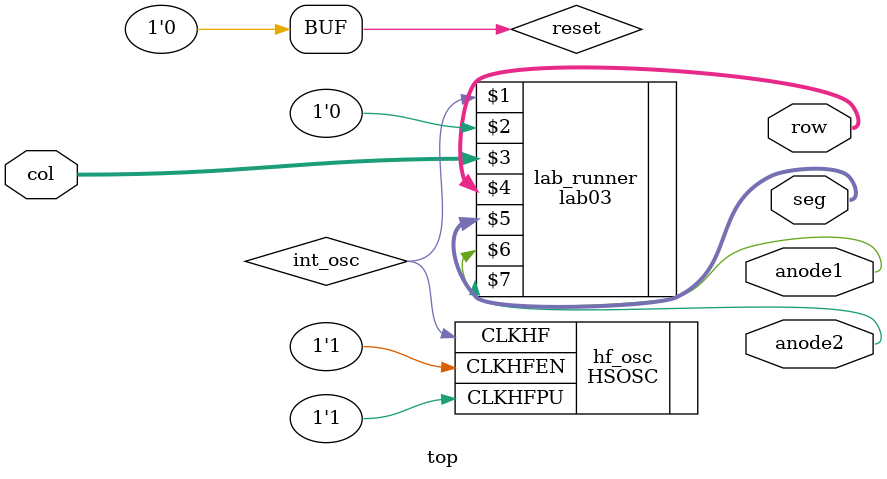
<source format=sv>
/***
	The top-level module for lab 3 of MicroP's.
	
	Runs a clock that will control the lab03 module itself

	author: zoe worrall
	version: 09/06/2024
	contact: zworrall@g.hmc.edu
*/



module top(
	 input	logic [3:0]  col,
     output  logic [3:0] row,
	 output  logic [6:0] seg,
	 output logic 		anode1, anode2
);

		// create a way to iterate through the clock and track the number of counts until 2.4 Hz is reached
	   logic int_osc;
	   logic reset;
	   
	   assign reset = 0;
	   
	   // copied from the initial iCE40_Demo file
	   // Internal high-speed oscillator
	   HSOSC #(.CLKHF_DIV(2'b01))  // by setting bits to 01, it tells the clock to run at 24MHz
			 hf_osc (.CLKHFPU(1'b1), .CLKHFEN(1'b1), .CLKHF(int_osc));
	  
	  lab03 lab_runner(int_osc, reset, col, row, seg, anode1, anode2);
	  
endmodule
</source>
